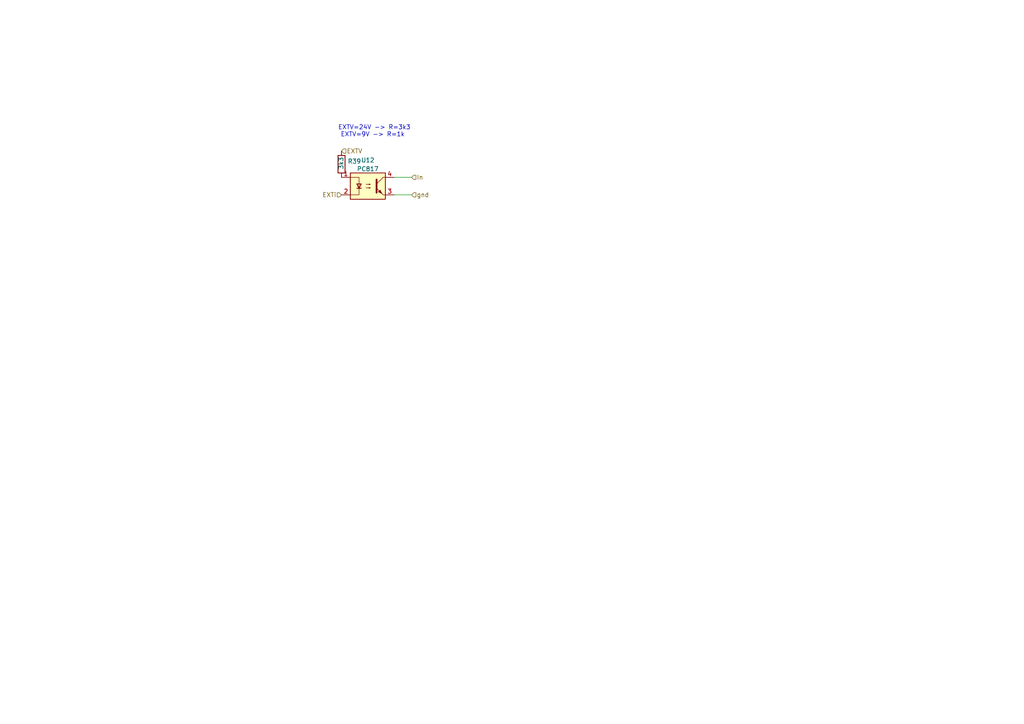
<source format=kicad_sch>
(kicad_sch (version 20240101) (generator "eeschema") (generator_version "8.99")
  (paper "A4")
  (title_block (date "2024-03-18") (company "SAO RAS") (comment 1 "Instead of PEP controller"))
  (lib_symbols
    (symbol "Device:R" (pin_numbers hide) (pin_names (offset 0))
      (property "Reference" "R" (at 2.032 0 90))
      (property "Value" "R" (at 0 0 90))
      (symbol "R_0_1"
        (rectangle (start -1.016 -2.54) (end 1.016 2.54) (stroke (width 0.254)))
      )
      (symbol "R_1_1"
        (pin passive line (at 0 3.81 270) (length 1.27) (name "~") (number "1"))
        (pin passive line (at 0 -3.81 90) (length 1.27) (name "~") (number "2"))
      )
    )
    (symbol "Isolator:PC817" (pin_names (offset 1.016))
      (property "Reference" "U" (at -5.08 5.08 0))
      (property "Value" "PC817" (at 0 5.08 0))
      (symbol "PC817_0_1"
        (rectangle (start -5.08 3.81) (end 5.08 -3.81) (stroke (width 0.254)) (fill (type background)))
        (polyline (pts (xy -3.175 -0.635) (xy -1.905 -0.635)) (stroke (width 0.254)))
        (polyline (pts (xy 2.54 0.635) (xy 4.445 2.54)))
        (polyline (pts (xy 4.445 -2.54) (xy 2.54 -0.635)) (fill (type outline)))
        (polyline (pts (xy 4.445 -2.54) (xy 5.08 -2.54)))
        (polyline (pts (xy 4.445 2.54) (xy 5.08 2.54)))
        (polyline (pts (xy -5.08 2.54) (xy -2.54 2.54) (xy -2.54 -0.635)))
        (polyline (pts (xy -2.54 -0.635) (xy -2.54 -2.54) (xy -5.08 -2.54)))
        (polyline (pts (xy 2.54 1.905) (xy 2.54 -1.905) (xy 2.54 -1.905)) (stroke (width 0.508)))
        (polyline (pts (xy -2.54 -0.635) (xy -3.175 0.635) (xy -1.905 0.635) (xy -2.54 -0.635)) (stroke (width 0.254)))
        (polyline (pts (xy -0.508 -0.508) (xy 0.762 -0.508) (xy 0.381 -0.635) (xy 0.381 -0.381) (xy 0.762 -0.508)))
        (polyline (pts (xy -0.508 0.508) (xy 0.762 0.508) (xy 0.381 0.381) (xy 0.381 0.635) (xy 0.762 0.508)))
        (polyline (pts (xy 3.048 -1.651) (xy 3.556 -1.143) (xy 4.064 -2.159) (xy 3.048 -1.651) (xy 3.048 -1.651)) (fill (type outline)))
      )
      (symbol "PC817_1_1"
        (pin passive line (at -7.62 2.54 0) (length 2.54) (name "~") (number "1"))
        (pin passive line (at -7.62 -2.54 0) (length 2.54) (name "~") (number "2"))
        (pin passive line (at 7.62 -2.54 180) (length 2.54) (name "~") (number "3"))
        (pin passive line (at 7.62 2.54 180) (length 2.54) (name "~") (number "4"))
      )
    )
  )
  (wire (pts (xy 119.38 51.435) (xy 114.3 51.435)))
  (wire (pts (xy 114.3 56.515) (xy 119.38 56.515)))
  (text "EXTV=24V -> R=3k3\nEXTV=9V -> R=1k " (at 108.585 38.1 0) (effects (font (size 1.27 1.27))))
  (hierarchical_label "EXTV" (shape input) (at 99.06 43.815 0))
  (hierarchical_label "In" (shape input) (at 119.38 51.435 0))
  (hierarchical_label "gnd" (shape input) (at 119.38 56.515 0))
  (hierarchical_label "EXTi" (shape input) (at 99.06 56.515 180))
  (symbol (lib_id "Device:R") (at 99.06 47.625 0) (unit 1)
    (property "Reference" "R39" (at 100.838 46.7903 0) (effects (justify left)))
    (property "Value" "3k3" (at 98.933 49.149 90) (effects (justify left)))
    (property "Footprint" "Resistor_SMD:R_2010_5025Metric_Pad1.40x2.65mm_HandSolder" (effects (hide yes)))
    (instances (project "stm32" (path "" (reference "R39") (unit 1)) (path "" (reference "R43") (unit 1)) (path "" (reference "R45") (unit 1)) (path "" (reference "R40") (unit 1)) (path "" (reference "R41") (unit 1)) (path "" (reference "R42") (unit 1)) (path "" (reference "R44") (unit 1)) (path "" (reference "R46") (unit 1))))
  )
  (symbol (lib_id "Isolator:PC817") (at 106.68 53.975 0) (unit 1)
    (property "Reference" "U12" (at 106.68 46.4652 0))
    (property "Value" "PC817" (at 106.68 49.0021 0))
    (property "Footprint" "Package_DIP:DIP-4_W7.62mm" (effects (hide yes)))
    (property "Datasheet" "http://www.soselectronic.cz/a_info/resource/d/pc817.pdf" (effects (hide yes)))
    (instances (project "stm32" (path "" (reference "U12") (unit 1)) (path "" (reference "U16") (unit 1)) (path "" (reference "U18") (unit 1)) (path "" (reference "U13") (unit 1)) (path "" (reference "U14") (unit 1)) (path "" (reference "U15") (unit 1)) (path "" (reference "U17") (unit 1)) (path "" (reference "U19") (unit 1))))
  )
)
</source>
